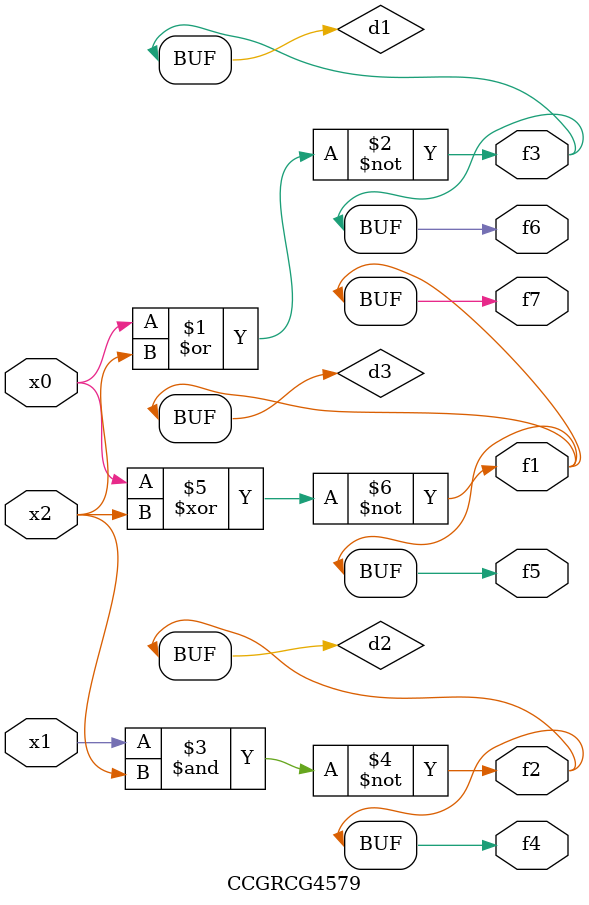
<source format=v>
module CCGRCG4579(
	input x0, x1, x2,
	output f1, f2, f3, f4, f5, f6, f7
);

	wire d1, d2, d3;

	nor (d1, x0, x2);
	nand (d2, x1, x2);
	xnor (d3, x0, x2);
	assign f1 = d3;
	assign f2 = d2;
	assign f3 = d1;
	assign f4 = d2;
	assign f5 = d3;
	assign f6 = d1;
	assign f7 = d3;
endmodule

</source>
